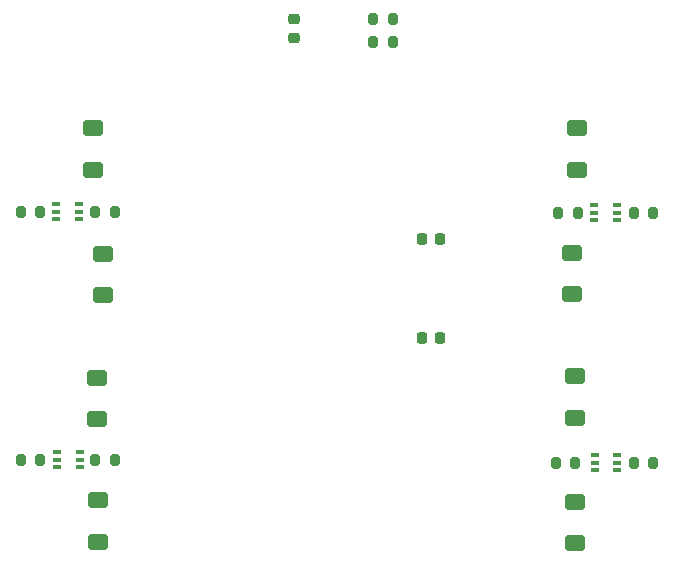
<source format=gbr>
%TF.GenerationSoftware,KiCad,Pcbnew,7.99.0-unknown-c06cea2fe9~166~ubuntu22.04.1*%
%TF.CreationDate,2023-02-26T22:53:06+01:00*%
%TF.ProjectId,FT245 relay,46543234-3520-4726-956c-61792e6b6963,rev?*%
%TF.SameCoordinates,Original*%
%TF.FileFunction,Paste,Bot*%
%TF.FilePolarity,Positive*%
%FSLAX46Y46*%
G04 Gerber Fmt 4.6, Leading zero omitted, Abs format (unit mm)*
G04 Created by KiCad (PCBNEW 7.99.0-unknown-c06cea2fe9~166~ubuntu22.04.1) date 2023-02-26 22:53:06*
%MOMM*%
%LPD*%
G01*
G04 APERTURE LIST*
G04 Aperture macros list*
%AMRoundRect*
0 Rectangle with rounded corners*
0 $1 Rounding radius*
0 $2 $3 $4 $5 $6 $7 $8 $9 X,Y pos of 4 corners*
0 Add a 4 corners polygon primitive as box body*
4,1,4,$2,$3,$4,$5,$6,$7,$8,$9,$2,$3,0*
0 Add four circle primitives for the rounded corners*
1,1,$1+$1,$2,$3*
1,1,$1+$1,$4,$5*
1,1,$1+$1,$6,$7*
1,1,$1+$1,$8,$9*
0 Add four rect primitives between the rounded corners*
20,1,$1+$1,$2,$3,$4,$5,0*
20,1,$1+$1,$4,$5,$6,$7,0*
20,1,$1+$1,$6,$7,$8,$9,0*
20,1,$1+$1,$8,$9,$2,$3,0*%
G04 Aperture macros list end*
%ADD10RoundRect,0.250000X0.600000X-0.400000X0.600000X0.400000X-0.600000X0.400000X-0.600000X-0.400000X0*%
%ADD11RoundRect,0.250000X-0.600000X0.400000X-0.600000X-0.400000X0.600000X-0.400000X0.600000X0.400000X0*%
%ADD12R,0.650000X0.400000*%
%ADD13RoundRect,0.200000X0.200000X0.275000X-0.200000X0.275000X-0.200000X-0.275000X0.200000X-0.275000X0*%
%ADD14RoundRect,0.200000X-0.200000X-0.275000X0.200000X-0.275000X0.200000X0.275000X-0.200000X0.275000X0*%
%ADD15RoundRect,0.225000X0.225000X0.250000X-0.225000X0.250000X-0.225000X-0.250000X0.225000X-0.250000X0*%
%ADD16RoundRect,0.225000X0.250000X-0.225000X0.250000X0.225000X-0.250000X0.225000X-0.250000X-0.225000X0*%
G04 APERTURE END LIST*
D10*
%TO.C,D1*%
X-20200000Y-17450000D03*
X-20200000Y-13950000D03*
%TD*%
D11*
%TO.C,D2*%
X-20300000Y-3550000D03*
X-20300000Y-7050000D03*
%TD*%
D12*
%TO.C,Q1*%
X-23649999Y-11149999D03*
X-23649999Y-10499999D03*
X-23649999Y-9849999D03*
X-21749999Y-9849999D03*
X-21749999Y-10499999D03*
X-21749999Y-11149999D03*
%TD*%
D13*
%TO.C,R4*%
X-25075000Y-10500000D03*
X-26725000Y-10500000D03*
%TD*%
D11*
%TO.C,D4*%
X-20600000Y17550000D03*
X-20600000Y14050000D03*
%TD*%
D10*
%TO.C,D3*%
X-19800000Y3450000D03*
X-19800000Y6950000D03*
%TD*%
%TO.C,D14*%
X20200000Y-17550000D03*
X20200000Y-14050000D03*
%TD*%
D11*
%TO.C,D12*%
X20200000Y-3450000D03*
X20200000Y-6950000D03*
%TD*%
%TO.C,D10*%
X20400000Y17550000D03*
X20400000Y14050000D03*
%TD*%
D10*
%TO.C,D5*%
X19910000Y3500000D03*
X19910000Y7000000D03*
%TD*%
D12*
%TO.C,Q2*%
X-23719999Y9849999D03*
X-23719999Y10499999D03*
X-23719999Y11149999D03*
X-21819999Y11149999D03*
X-21819999Y10499999D03*
X-21819999Y9849999D03*
%TD*%
%TO.C,Q3*%
X23729999Y11069999D03*
X23729999Y10419999D03*
X23729999Y9769999D03*
X21829999Y9769999D03*
X21829999Y10419999D03*
X21829999Y11069999D03*
%TD*%
D14*
%TO.C,R7*%
X-20425000Y10500000D03*
X-18775000Y10500000D03*
%TD*%
D13*
%TO.C,R12*%
X20225000Y-10770000D03*
X18575000Y-10770000D03*
%TD*%
D15*
%TO.C,C5*%
X8775000Y-200000D03*
X7225000Y-200000D03*
%TD*%
%TO.C,C4*%
X8775000Y8200000D03*
X7225000Y8200000D03*
%TD*%
D13*
%TO.C,R2*%
X4775000Y26842500D03*
X3125000Y26842500D03*
%TD*%
D16*
%TO.C,C1*%
X-3600000Y25225000D03*
X-3600000Y26775000D03*
%TD*%
D13*
%TO.C,R6*%
X-25075000Y10500000D03*
X-26725000Y10500000D03*
%TD*%
%TO.C,R1*%
X4775000Y24842500D03*
X3125000Y24842500D03*
%TD*%
D14*
%TO.C,R5*%
X-20425000Y-10500000D03*
X-18775000Y-10500000D03*
%TD*%
%TO.C,R9*%
X25175000Y10420000D03*
X26825000Y10420000D03*
%TD*%
%TO.C,R11*%
X25175000Y-10770000D03*
X26825000Y-10770000D03*
%TD*%
D13*
%TO.C,R10*%
X20425000Y10420000D03*
X18775000Y10420000D03*
%TD*%
D12*
%TO.C,Q4*%
X23759999Y-10119999D03*
X23759999Y-10769999D03*
X23759999Y-11419999D03*
X21859999Y-11419999D03*
X21859999Y-10769999D03*
X21859999Y-10119999D03*
%TD*%
M02*

</source>
